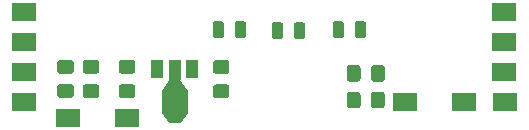
<source format=gbr>
G04 #@! TF.GenerationSoftware,KiCad,Pcbnew,(5.1.5)-3*
G04 #@! TF.CreationDate,2020-03-07T18:51:17-06:00*
G04 #@! TF.ProjectId,LinearRegulator15to5,4c696e65-6172-4526-9567-756c61746f72,rev?*
G04 #@! TF.SameCoordinates,Original*
G04 #@! TF.FileFunction,Paste,Top*
G04 #@! TF.FilePolarity,Positive*
%FSLAX46Y46*%
G04 Gerber Fmt 4.6, Leading zero omitted, Abs format (unit mm)*
G04 Created by KiCad (PCBNEW (5.1.5)-3) date 2020-03-07 18:51:17*
%MOMM*%
%LPD*%
G04 APERTURE LIST*
%ADD10R,2.000000X1.500000*%
%ADD11C,0.100000*%
%ADD12R,1.000000X1.500000*%
%ADD13R,1.000000X1.800000*%
%ADD14R,2.200000X1.840000*%
G04 APERTURE END LIST*
D10*
X178856000Y-124460000D03*
X178816000Y-121920000D03*
X178816000Y-119380000D03*
X178816000Y-116840000D03*
X138176000Y-124460000D03*
X138176000Y-116840000D03*
X138176000Y-119380000D03*
X138176000Y-121920000D03*
D11*
G36*
X166891642Y-117665174D02*
G01*
X166915303Y-117668684D01*
X166938507Y-117674496D01*
X166961029Y-117682554D01*
X166982653Y-117692782D01*
X167003170Y-117705079D01*
X167022383Y-117719329D01*
X167040107Y-117735393D01*
X167056171Y-117753117D01*
X167070421Y-117772330D01*
X167082718Y-117792847D01*
X167092946Y-117814471D01*
X167101004Y-117836993D01*
X167106816Y-117860197D01*
X167110326Y-117883858D01*
X167111500Y-117907750D01*
X167111500Y-118820250D01*
X167110326Y-118844142D01*
X167106816Y-118867803D01*
X167101004Y-118891007D01*
X167092946Y-118913529D01*
X167082718Y-118935153D01*
X167070421Y-118955670D01*
X167056171Y-118974883D01*
X167040107Y-118992607D01*
X167022383Y-119008671D01*
X167003170Y-119022921D01*
X166982653Y-119035218D01*
X166961029Y-119045446D01*
X166938507Y-119053504D01*
X166915303Y-119059316D01*
X166891642Y-119062826D01*
X166867750Y-119064000D01*
X166380250Y-119064000D01*
X166356358Y-119062826D01*
X166332697Y-119059316D01*
X166309493Y-119053504D01*
X166286971Y-119045446D01*
X166265347Y-119035218D01*
X166244830Y-119022921D01*
X166225617Y-119008671D01*
X166207893Y-118992607D01*
X166191829Y-118974883D01*
X166177579Y-118955670D01*
X166165282Y-118935153D01*
X166155054Y-118913529D01*
X166146996Y-118891007D01*
X166141184Y-118867803D01*
X166137674Y-118844142D01*
X166136500Y-118820250D01*
X166136500Y-117907750D01*
X166137674Y-117883858D01*
X166141184Y-117860197D01*
X166146996Y-117836993D01*
X166155054Y-117814471D01*
X166165282Y-117792847D01*
X166177579Y-117772330D01*
X166191829Y-117753117D01*
X166207893Y-117735393D01*
X166225617Y-117719329D01*
X166244830Y-117705079D01*
X166265347Y-117692782D01*
X166286971Y-117682554D01*
X166309493Y-117674496D01*
X166332697Y-117668684D01*
X166356358Y-117665174D01*
X166380250Y-117664000D01*
X166867750Y-117664000D01*
X166891642Y-117665174D01*
G37*
G36*
X165016642Y-117665174D02*
G01*
X165040303Y-117668684D01*
X165063507Y-117674496D01*
X165086029Y-117682554D01*
X165107653Y-117692782D01*
X165128170Y-117705079D01*
X165147383Y-117719329D01*
X165165107Y-117735393D01*
X165181171Y-117753117D01*
X165195421Y-117772330D01*
X165207718Y-117792847D01*
X165217946Y-117814471D01*
X165226004Y-117836993D01*
X165231816Y-117860197D01*
X165235326Y-117883858D01*
X165236500Y-117907750D01*
X165236500Y-118820250D01*
X165235326Y-118844142D01*
X165231816Y-118867803D01*
X165226004Y-118891007D01*
X165217946Y-118913529D01*
X165207718Y-118935153D01*
X165195421Y-118955670D01*
X165181171Y-118974883D01*
X165165107Y-118992607D01*
X165147383Y-119008671D01*
X165128170Y-119022921D01*
X165107653Y-119035218D01*
X165086029Y-119045446D01*
X165063507Y-119053504D01*
X165040303Y-119059316D01*
X165016642Y-119062826D01*
X164992750Y-119064000D01*
X164505250Y-119064000D01*
X164481358Y-119062826D01*
X164457697Y-119059316D01*
X164434493Y-119053504D01*
X164411971Y-119045446D01*
X164390347Y-119035218D01*
X164369830Y-119022921D01*
X164350617Y-119008671D01*
X164332893Y-118992607D01*
X164316829Y-118974883D01*
X164302579Y-118955670D01*
X164290282Y-118935153D01*
X164280054Y-118913529D01*
X164271996Y-118891007D01*
X164266184Y-118867803D01*
X164262674Y-118844142D01*
X164261500Y-118820250D01*
X164261500Y-117907750D01*
X164262674Y-117883858D01*
X164266184Y-117860197D01*
X164271996Y-117836993D01*
X164280054Y-117814471D01*
X164290282Y-117792847D01*
X164302579Y-117772330D01*
X164316829Y-117753117D01*
X164332893Y-117735393D01*
X164350617Y-117719329D01*
X164369830Y-117705079D01*
X164390347Y-117692782D01*
X164411971Y-117682554D01*
X164434493Y-117674496D01*
X164457697Y-117668684D01*
X164481358Y-117665174D01*
X164505250Y-117664000D01*
X164992750Y-117664000D01*
X165016642Y-117665174D01*
G37*
G36*
X161733142Y-117743674D02*
G01*
X161756803Y-117747184D01*
X161780007Y-117752996D01*
X161802529Y-117761054D01*
X161824153Y-117771282D01*
X161844670Y-117783579D01*
X161863883Y-117797829D01*
X161881607Y-117813893D01*
X161897671Y-117831617D01*
X161911921Y-117850830D01*
X161924218Y-117871347D01*
X161934446Y-117892971D01*
X161942504Y-117915493D01*
X161948316Y-117938697D01*
X161951826Y-117962358D01*
X161953000Y-117986250D01*
X161953000Y-118898750D01*
X161951826Y-118922642D01*
X161948316Y-118946303D01*
X161942504Y-118969507D01*
X161934446Y-118992029D01*
X161924218Y-119013653D01*
X161911921Y-119034170D01*
X161897671Y-119053383D01*
X161881607Y-119071107D01*
X161863883Y-119087171D01*
X161844670Y-119101421D01*
X161824153Y-119113718D01*
X161802529Y-119123946D01*
X161780007Y-119132004D01*
X161756803Y-119137816D01*
X161733142Y-119141326D01*
X161709250Y-119142500D01*
X161221750Y-119142500D01*
X161197858Y-119141326D01*
X161174197Y-119137816D01*
X161150993Y-119132004D01*
X161128471Y-119123946D01*
X161106847Y-119113718D01*
X161086330Y-119101421D01*
X161067117Y-119087171D01*
X161049393Y-119071107D01*
X161033329Y-119053383D01*
X161019079Y-119034170D01*
X161006782Y-119013653D01*
X160996554Y-118992029D01*
X160988496Y-118969507D01*
X160982684Y-118946303D01*
X160979174Y-118922642D01*
X160978000Y-118898750D01*
X160978000Y-117986250D01*
X160979174Y-117962358D01*
X160982684Y-117938697D01*
X160988496Y-117915493D01*
X160996554Y-117892971D01*
X161006782Y-117871347D01*
X161019079Y-117850830D01*
X161033329Y-117831617D01*
X161049393Y-117813893D01*
X161067117Y-117797829D01*
X161086330Y-117783579D01*
X161106847Y-117771282D01*
X161128471Y-117761054D01*
X161150993Y-117752996D01*
X161174197Y-117747184D01*
X161197858Y-117743674D01*
X161221750Y-117742500D01*
X161709250Y-117742500D01*
X161733142Y-117743674D01*
G37*
G36*
X159858142Y-117743674D02*
G01*
X159881803Y-117747184D01*
X159905007Y-117752996D01*
X159927529Y-117761054D01*
X159949153Y-117771282D01*
X159969670Y-117783579D01*
X159988883Y-117797829D01*
X160006607Y-117813893D01*
X160022671Y-117831617D01*
X160036921Y-117850830D01*
X160049218Y-117871347D01*
X160059446Y-117892971D01*
X160067504Y-117915493D01*
X160073316Y-117938697D01*
X160076826Y-117962358D01*
X160078000Y-117986250D01*
X160078000Y-118898750D01*
X160076826Y-118922642D01*
X160073316Y-118946303D01*
X160067504Y-118969507D01*
X160059446Y-118992029D01*
X160049218Y-119013653D01*
X160036921Y-119034170D01*
X160022671Y-119053383D01*
X160006607Y-119071107D01*
X159988883Y-119087171D01*
X159969670Y-119101421D01*
X159949153Y-119113718D01*
X159927529Y-119123946D01*
X159905007Y-119132004D01*
X159881803Y-119137816D01*
X159858142Y-119141326D01*
X159834250Y-119142500D01*
X159346750Y-119142500D01*
X159322858Y-119141326D01*
X159299197Y-119137816D01*
X159275993Y-119132004D01*
X159253471Y-119123946D01*
X159231847Y-119113718D01*
X159211330Y-119101421D01*
X159192117Y-119087171D01*
X159174393Y-119071107D01*
X159158329Y-119053383D01*
X159144079Y-119034170D01*
X159131782Y-119013653D01*
X159121554Y-118992029D01*
X159113496Y-118969507D01*
X159107684Y-118946303D01*
X159104174Y-118922642D01*
X159103000Y-118898750D01*
X159103000Y-117986250D01*
X159104174Y-117962358D01*
X159107684Y-117938697D01*
X159113496Y-117915493D01*
X159121554Y-117892971D01*
X159131782Y-117871347D01*
X159144079Y-117850830D01*
X159158329Y-117831617D01*
X159174393Y-117813893D01*
X159192117Y-117797829D01*
X159211330Y-117783579D01*
X159231847Y-117771282D01*
X159253471Y-117761054D01*
X159275993Y-117752996D01*
X159299197Y-117747184D01*
X159322858Y-117743674D01*
X159346750Y-117742500D01*
X159834250Y-117742500D01*
X159858142Y-117743674D01*
G37*
G36*
X156731642Y-117665174D02*
G01*
X156755303Y-117668684D01*
X156778507Y-117674496D01*
X156801029Y-117682554D01*
X156822653Y-117692782D01*
X156843170Y-117705079D01*
X156862383Y-117719329D01*
X156880107Y-117735393D01*
X156896171Y-117753117D01*
X156910421Y-117772330D01*
X156922718Y-117792847D01*
X156932946Y-117814471D01*
X156941004Y-117836993D01*
X156946816Y-117860197D01*
X156950326Y-117883858D01*
X156951500Y-117907750D01*
X156951500Y-118820250D01*
X156950326Y-118844142D01*
X156946816Y-118867803D01*
X156941004Y-118891007D01*
X156932946Y-118913529D01*
X156922718Y-118935153D01*
X156910421Y-118955670D01*
X156896171Y-118974883D01*
X156880107Y-118992607D01*
X156862383Y-119008671D01*
X156843170Y-119022921D01*
X156822653Y-119035218D01*
X156801029Y-119045446D01*
X156778507Y-119053504D01*
X156755303Y-119059316D01*
X156731642Y-119062826D01*
X156707750Y-119064000D01*
X156220250Y-119064000D01*
X156196358Y-119062826D01*
X156172697Y-119059316D01*
X156149493Y-119053504D01*
X156126971Y-119045446D01*
X156105347Y-119035218D01*
X156084830Y-119022921D01*
X156065617Y-119008671D01*
X156047893Y-118992607D01*
X156031829Y-118974883D01*
X156017579Y-118955670D01*
X156005282Y-118935153D01*
X155995054Y-118913529D01*
X155986996Y-118891007D01*
X155981184Y-118867803D01*
X155977674Y-118844142D01*
X155976500Y-118820250D01*
X155976500Y-117907750D01*
X155977674Y-117883858D01*
X155981184Y-117860197D01*
X155986996Y-117836993D01*
X155995054Y-117814471D01*
X156005282Y-117792847D01*
X156017579Y-117772330D01*
X156031829Y-117753117D01*
X156047893Y-117735393D01*
X156065617Y-117719329D01*
X156084830Y-117705079D01*
X156105347Y-117692782D01*
X156126971Y-117682554D01*
X156149493Y-117674496D01*
X156172697Y-117668684D01*
X156196358Y-117665174D01*
X156220250Y-117664000D01*
X156707750Y-117664000D01*
X156731642Y-117665174D01*
G37*
G36*
X154856642Y-117665174D02*
G01*
X154880303Y-117668684D01*
X154903507Y-117674496D01*
X154926029Y-117682554D01*
X154947653Y-117692782D01*
X154968170Y-117705079D01*
X154987383Y-117719329D01*
X155005107Y-117735393D01*
X155021171Y-117753117D01*
X155035421Y-117772330D01*
X155047718Y-117792847D01*
X155057946Y-117814471D01*
X155066004Y-117836993D01*
X155071816Y-117860197D01*
X155075326Y-117883858D01*
X155076500Y-117907750D01*
X155076500Y-118820250D01*
X155075326Y-118844142D01*
X155071816Y-118867803D01*
X155066004Y-118891007D01*
X155057946Y-118913529D01*
X155047718Y-118935153D01*
X155035421Y-118955670D01*
X155021171Y-118974883D01*
X155005107Y-118992607D01*
X154987383Y-119008671D01*
X154968170Y-119022921D01*
X154947653Y-119035218D01*
X154926029Y-119045446D01*
X154903507Y-119053504D01*
X154880303Y-119059316D01*
X154856642Y-119062826D01*
X154832750Y-119064000D01*
X154345250Y-119064000D01*
X154321358Y-119062826D01*
X154297697Y-119059316D01*
X154274493Y-119053504D01*
X154251971Y-119045446D01*
X154230347Y-119035218D01*
X154209830Y-119022921D01*
X154190617Y-119008671D01*
X154172893Y-118992607D01*
X154156829Y-118974883D01*
X154142579Y-118955670D01*
X154130282Y-118935153D01*
X154120054Y-118913529D01*
X154111996Y-118891007D01*
X154106184Y-118867803D01*
X154102674Y-118844142D01*
X154101500Y-118820250D01*
X154101500Y-117907750D01*
X154102674Y-117883858D01*
X154106184Y-117860197D01*
X154111996Y-117836993D01*
X154120054Y-117814471D01*
X154130282Y-117792847D01*
X154142579Y-117772330D01*
X154156829Y-117753117D01*
X154172893Y-117735393D01*
X154190617Y-117719329D01*
X154209830Y-117705079D01*
X154230347Y-117692782D01*
X154251971Y-117682554D01*
X154274493Y-117674496D01*
X154297697Y-117668684D01*
X154321358Y-117665174D01*
X154345250Y-117664000D01*
X154832750Y-117664000D01*
X154856642Y-117665174D01*
G37*
G36*
X147337305Y-120956204D02*
G01*
X147361573Y-120959804D01*
X147385372Y-120965765D01*
X147408471Y-120974030D01*
X147430650Y-120984520D01*
X147451693Y-120997132D01*
X147471399Y-121011747D01*
X147489577Y-121028223D01*
X147506053Y-121046401D01*
X147520668Y-121066107D01*
X147533280Y-121087150D01*
X147543770Y-121109329D01*
X147552035Y-121132428D01*
X147557996Y-121156227D01*
X147561596Y-121180495D01*
X147562800Y-121204999D01*
X147562800Y-121855001D01*
X147561596Y-121879505D01*
X147557996Y-121903773D01*
X147552035Y-121927572D01*
X147543770Y-121950671D01*
X147533280Y-121972850D01*
X147520668Y-121993893D01*
X147506053Y-122013599D01*
X147489577Y-122031777D01*
X147471399Y-122048253D01*
X147451693Y-122062868D01*
X147430650Y-122075480D01*
X147408471Y-122085970D01*
X147385372Y-122094235D01*
X147361573Y-122100196D01*
X147337305Y-122103796D01*
X147312801Y-122105000D01*
X146412799Y-122105000D01*
X146388295Y-122103796D01*
X146364027Y-122100196D01*
X146340228Y-122094235D01*
X146317129Y-122085970D01*
X146294950Y-122075480D01*
X146273907Y-122062868D01*
X146254201Y-122048253D01*
X146236023Y-122031777D01*
X146219547Y-122013599D01*
X146204932Y-121993893D01*
X146192320Y-121972850D01*
X146181830Y-121950671D01*
X146173565Y-121927572D01*
X146167604Y-121903773D01*
X146164004Y-121879505D01*
X146162800Y-121855001D01*
X146162800Y-121204999D01*
X146164004Y-121180495D01*
X146167604Y-121156227D01*
X146173565Y-121132428D01*
X146181830Y-121109329D01*
X146192320Y-121087150D01*
X146204932Y-121066107D01*
X146219547Y-121046401D01*
X146236023Y-121028223D01*
X146254201Y-121011747D01*
X146273907Y-120997132D01*
X146294950Y-120984520D01*
X146317129Y-120974030D01*
X146340228Y-120965765D01*
X146364027Y-120959804D01*
X146388295Y-120956204D01*
X146412799Y-120955000D01*
X147312801Y-120955000D01*
X147337305Y-120956204D01*
G37*
G36*
X147337305Y-123006204D02*
G01*
X147361573Y-123009804D01*
X147385372Y-123015765D01*
X147408471Y-123024030D01*
X147430650Y-123034520D01*
X147451693Y-123047132D01*
X147471399Y-123061747D01*
X147489577Y-123078223D01*
X147506053Y-123096401D01*
X147520668Y-123116107D01*
X147533280Y-123137150D01*
X147543770Y-123159329D01*
X147552035Y-123182428D01*
X147557996Y-123206227D01*
X147561596Y-123230495D01*
X147562800Y-123254999D01*
X147562800Y-123905001D01*
X147561596Y-123929505D01*
X147557996Y-123953773D01*
X147552035Y-123977572D01*
X147543770Y-124000671D01*
X147533280Y-124022850D01*
X147520668Y-124043893D01*
X147506053Y-124063599D01*
X147489577Y-124081777D01*
X147471399Y-124098253D01*
X147451693Y-124112868D01*
X147430650Y-124125480D01*
X147408471Y-124135970D01*
X147385372Y-124144235D01*
X147361573Y-124150196D01*
X147337305Y-124153796D01*
X147312801Y-124155000D01*
X146412799Y-124155000D01*
X146388295Y-124153796D01*
X146364027Y-124150196D01*
X146340228Y-124144235D01*
X146317129Y-124135970D01*
X146294950Y-124125480D01*
X146273907Y-124112868D01*
X146254201Y-124098253D01*
X146236023Y-124081777D01*
X146219547Y-124063599D01*
X146204932Y-124043893D01*
X146192320Y-124022850D01*
X146181830Y-124000671D01*
X146173565Y-123977572D01*
X146167604Y-123953773D01*
X146164004Y-123929505D01*
X146162800Y-123905001D01*
X146162800Y-123254999D01*
X146164004Y-123230495D01*
X146167604Y-123206227D01*
X146173565Y-123182428D01*
X146181830Y-123159329D01*
X146192320Y-123137150D01*
X146204932Y-123116107D01*
X146219547Y-123096401D01*
X146236023Y-123078223D01*
X146254201Y-123061747D01*
X146273907Y-123047132D01*
X146294950Y-123034520D01*
X146317129Y-123024030D01*
X146340228Y-123015765D01*
X146364027Y-123009804D01*
X146388295Y-123006204D01*
X146412799Y-123005000D01*
X147312801Y-123005000D01*
X147337305Y-123006204D01*
G37*
G36*
X155312905Y-123015204D02*
G01*
X155337173Y-123018804D01*
X155360972Y-123024765D01*
X155384071Y-123033030D01*
X155406250Y-123043520D01*
X155427293Y-123056132D01*
X155446999Y-123070747D01*
X155465177Y-123087223D01*
X155481653Y-123105401D01*
X155496268Y-123125107D01*
X155508880Y-123146150D01*
X155519370Y-123168329D01*
X155527635Y-123191428D01*
X155533596Y-123215227D01*
X155537196Y-123239495D01*
X155538400Y-123263999D01*
X155538400Y-123914001D01*
X155537196Y-123938505D01*
X155533596Y-123962773D01*
X155527635Y-123986572D01*
X155519370Y-124009671D01*
X155508880Y-124031850D01*
X155496268Y-124052893D01*
X155481653Y-124072599D01*
X155465177Y-124090777D01*
X155446999Y-124107253D01*
X155427293Y-124121868D01*
X155406250Y-124134480D01*
X155384071Y-124144970D01*
X155360972Y-124153235D01*
X155337173Y-124159196D01*
X155312905Y-124162796D01*
X155288401Y-124164000D01*
X154388399Y-124164000D01*
X154363895Y-124162796D01*
X154339627Y-124159196D01*
X154315828Y-124153235D01*
X154292729Y-124144970D01*
X154270550Y-124134480D01*
X154249507Y-124121868D01*
X154229801Y-124107253D01*
X154211623Y-124090777D01*
X154195147Y-124072599D01*
X154180532Y-124052893D01*
X154167920Y-124031850D01*
X154157430Y-124009671D01*
X154149165Y-123986572D01*
X154143204Y-123962773D01*
X154139604Y-123938505D01*
X154138400Y-123914001D01*
X154138400Y-123263999D01*
X154139604Y-123239495D01*
X154143204Y-123215227D01*
X154149165Y-123191428D01*
X154157430Y-123168329D01*
X154167920Y-123146150D01*
X154180532Y-123125107D01*
X154195147Y-123105401D01*
X154211623Y-123087223D01*
X154229801Y-123070747D01*
X154249507Y-123056132D01*
X154270550Y-123043520D01*
X154292729Y-123033030D01*
X154315828Y-123024765D01*
X154339627Y-123018804D01*
X154363895Y-123015204D01*
X154388399Y-123014000D01*
X155288401Y-123014000D01*
X155312905Y-123015204D01*
G37*
G36*
X155312905Y-120965204D02*
G01*
X155337173Y-120968804D01*
X155360972Y-120974765D01*
X155384071Y-120983030D01*
X155406250Y-120993520D01*
X155427293Y-121006132D01*
X155446999Y-121020747D01*
X155465177Y-121037223D01*
X155481653Y-121055401D01*
X155496268Y-121075107D01*
X155508880Y-121096150D01*
X155519370Y-121118329D01*
X155527635Y-121141428D01*
X155533596Y-121165227D01*
X155537196Y-121189495D01*
X155538400Y-121213999D01*
X155538400Y-121864001D01*
X155537196Y-121888505D01*
X155533596Y-121912773D01*
X155527635Y-121936572D01*
X155519370Y-121959671D01*
X155508880Y-121981850D01*
X155496268Y-122002893D01*
X155481653Y-122022599D01*
X155465177Y-122040777D01*
X155446999Y-122057253D01*
X155427293Y-122071868D01*
X155406250Y-122084480D01*
X155384071Y-122094970D01*
X155360972Y-122103235D01*
X155337173Y-122109196D01*
X155312905Y-122112796D01*
X155288401Y-122114000D01*
X154388399Y-122114000D01*
X154363895Y-122112796D01*
X154339627Y-122109196D01*
X154315828Y-122103235D01*
X154292729Y-122094970D01*
X154270550Y-122084480D01*
X154249507Y-122071868D01*
X154229801Y-122057253D01*
X154211623Y-122040777D01*
X154195147Y-122022599D01*
X154180532Y-122002893D01*
X154167920Y-121981850D01*
X154157430Y-121959671D01*
X154149165Y-121936572D01*
X154143204Y-121912773D01*
X154139604Y-121888505D01*
X154138400Y-121864001D01*
X154138400Y-121213999D01*
X154139604Y-121189495D01*
X154143204Y-121165227D01*
X154149165Y-121141428D01*
X154157430Y-121118329D01*
X154167920Y-121096150D01*
X154180532Y-121075107D01*
X154195147Y-121055401D01*
X154211623Y-121037223D01*
X154229801Y-121020747D01*
X154249507Y-121006132D01*
X154270550Y-120993520D01*
X154292729Y-120983030D01*
X154315828Y-120974765D01*
X154339627Y-120968804D01*
X154363895Y-120965204D01*
X154388399Y-120964000D01*
X155288401Y-120964000D01*
X155312905Y-120965204D01*
G37*
G36*
X144289305Y-123006204D02*
G01*
X144313573Y-123009804D01*
X144337372Y-123015765D01*
X144360471Y-123024030D01*
X144382650Y-123034520D01*
X144403693Y-123047132D01*
X144423399Y-123061747D01*
X144441577Y-123078223D01*
X144458053Y-123096401D01*
X144472668Y-123116107D01*
X144485280Y-123137150D01*
X144495770Y-123159329D01*
X144504035Y-123182428D01*
X144509996Y-123206227D01*
X144513596Y-123230495D01*
X144514800Y-123254999D01*
X144514800Y-123905001D01*
X144513596Y-123929505D01*
X144509996Y-123953773D01*
X144504035Y-123977572D01*
X144495770Y-124000671D01*
X144485280Y-124022850D01*
X144472668Y-124043893D01*
X144458053Y-124063599D01*
X144441577Y-124081777D01*
X144423399Y-124098253D01*
X144403693Y-124112868D01*
X144382650Y-124125480D01*
X144360471Y-124135970D01*
X144337372Y-124144235D01*
X144313573Y-124150196D01*
X144289305Y-124153796D01*
X144264801Y-124155000D01*
X143364799Y-124155000D01*
X143340295Y-124153796D01*
X143316027Y-124150196D01*
X143292228Y-124144235D01*
X143269129Y-124135970D01*
X143246950Y-124125480D01*
X143225907Y-124112868D01*
X143206201Y-124098253D01*
X143188023Y-124081777D01*
X143171547Y-124063599D01*
X143156932Y-124043893D01*
X143144320Y-124022850D01*
X143133830Y-124000671D01*
X143125565Y-123977572D01*
X143119604Y-123953773D01*
X143116004Y-123929505D01*
X143114800Y-123905001D01*
X143114800Y-123254999D01*
X143116004Y-123230495D01*
X143119604Y-123206227D01*
X143125565Y-123182428D01*
X143133830Y-123159329D01*
X143144320Y-123137150D01*
X143156932Y-123116107D01*
X143171547Y-123096401D01*
X143188023Y-123078223D01*
X143206201Y-123061747D01*
X143225907Y-123047132D01*
X143246950Y-123034520D01*
X143269129Y-123024030D01*
X143292228Y-123015765D01*
X143316027Y-123009804D01*
X143340295Y-123006204D01*
X143364799Y-123005000D01*
X144264801Y-123005000D01*
X144289305Y-123006204D01*
G37*
G36*
X144289305Y-120956204D02*
G01*
X144313573Y-120959804D01*
X144337372Y-120965765D01*
X144360471Y-120974030D01*
X144382650Y-120984520D01*
X144403693Y-120997132D01*
X144423399Y-121011747D01*
X144441577Y-121028223D01*
X144458053Y-121046401D01*
X144472668Y-121066107D01*
X144485280Y-121087150D01*
X144495770Y-121109329D01*
X144504035Y-121132428D01*
X144509996Y-121156227D01*
X144513596Y-121180495D01*
X144514800Y-121204999D01*
X144514800Y-121855001D01*
X144513596Y-121879505D01*
X144509996Y-121903773D01*
X144504035Y-121927572D01*
X144495770Y-121950671D01*
X144485280Y-121972850D01*
X144472668Y-121993893D01*
X144458053Y-122013599D01*
X144441577Y-122031777D01*
X144423399Y-122048253D01*
X144403693Y-122062868D01*
X144382650Y-122075480D01*
X144360471Y-122085970D01*
X144337372Y-122094235D01*
X144313573Y-122100196D01*
X144289305Y-122103796D01*
X144264801Y-122105000D01*
X143364799Y-122105000D01*
X143340295Y-122103796D01*
X143316027Y-122100196D01*
X143292228Y-122094235D01*
X143269129Y-122085970D01*
X143246950Y-122075480D01*
X143225907Y-122062868D01*
X143206201Y-122048253D01*
X143188023Y-122031777D01*
X143171547Y-122013599D01*
X143156932Y-121993893D01*
X143144320Y-121972850D01*
X143133830Y-121950671D01*
X143125565Y-121927572D01*
X143119604Y-121903773D01*
X143116004Y-121879505D01*
X143114800Y-121855001D01*
X143114800Y-121204999D01*
X143116004Y-121180495D01*
X143119604Y-121156227D01*
X143125565Y-121132428D01*
X143133830Y-121109329D01*
X143144320Y-121087150D01*
X143156932Y-121066107D01*
X143171547Y-121046401D01*
X143188023Y-121028223D01*
X143206201Y-121011747D01*
X143225907Y-120997132D01*
X143246950Y-120984520D01*
X143269129Y-120974030D01*
X143292228Y-120965765D01*
X143316027Y-120959804D01*
X143340295Y-120956204D01*
X143364799Y-120955000D01*
X144264801Y-120955000D01*
X144289305Y-120956204D01*
G37*
G36*
X166405705Y-123634204D02*
G01*
X166429973Y-123637804D01*
X166453772Y-123643765D01*
X166476871Y-123652030D01*
X166499050Y-123662520D01*
X166520093Y-123675132D01*
X166539799Y-123689747D01*
X166557977Y-123706223D01*
X166574453Y-123724401D01*
X166589068Y-123744107D01*
X166601680Y-123765150D01*
X166612170Y-123787329D01*
X166620435Y-123810428D01*
X166626396Y-123834227D01*
X166629996Y-123858495D01*
X166631200Y-123882999D01*
X166631200Y-124783001D01*
X166629996Y-124807505D01*
X166626396Y-124831773D01*
X166620435Y-124855572D01*
X166612170Y-124878671D01*
X166601680Y-124900850D01*
X166589068Y-124921893D01*
X166574453Y-124941599D01*
X166557977Y-124959777D01*
X166539799Y-124976253D01*
X166520093Y-124990868D01*
X166499050Y-125003480D01*
X166476871Y-125013970D01*
X166453772Y-125022235D01*
X166429973Y-125028196D01*
X166405705Y-125031796D01*
X166381201Y-125033000D01*
X165731199Y-125033000D01*
X165706695Y-125031796D01*
X165682427Y-125028196D01*
X165658628Y-125022235D01*
X165635529Y-125013970D01*
X165613350Y-125003480D01*
X165592307Y-124990868D01*
X165572601Y-124976253D01*
X165554423Y-124959777D01*
X165537947Y-124941599D01*
X165523332Y-124921893D01*
X165510720Y-124900850D01*
X165500230Y-124878671D01*
X165491965Y-124855572D01*
X165486004Y-124831773D01*
X165482404Y-124807505D01*
X165481200Y-124783001D01*
X165481200Y-123882999D01*
X165482404Y-123858495D01*
X165486004Y-123834227D01*
X165491965Y-123810428D01*
X165500230Y-123787329D01*
X165510720Y-123765150D01*
X165523332Y-123744107D01*
X165537947Y-123724401D01*
X165554423Y-123706223D01*
X165572601Y-123689747D01*
X165592307Y-123675132D01*
X165613350Y-123662520D01*
X165635529Y-123652030D01*
X165658628Y-123643765D01*
X165682427Y-123637804D01*
X165706695Y-123634204D01*
X165731199Y-123633000D01*
X166381201Y-123633000D01*
X166405705Y-123634204D01*
G37*
G36*
X168455705Y-123634204D02*
G01*
X168479973Y-123637804D01*
X168503772Y-123643765D01*
X168526871Y-123652030D01*
X168549050Y-123662520D01*
X168570093Y-123675132D01*
X168589799Y-123689747D01*
X168607977Y-123706223D01*
X168624453Y-123724401D01*
X168639068Y-123744107D01*
X168651680Y-123765150D01*
X168662170Y-123787329D01*
X168670435Y-123810428D01*
X168676396Y-123834227D01*
X168679996Y-123858495D01*
X168681200Y-123882999D01*
X168681200Y-124783001D01*
X168679996Y-124807505D01*
X168676396Y-124831773D01*
X168670435Y-124855572D01*
X168662170Y-124878671D01*
X168651680Y-124900850D01*
X168639068Y-124921893D01*
X168624453Y-124941599D01*
X168607977Y-124959777D01*
X168589799Y-124976253D01*
X168570093Y-124990868D01*
X168549050Y-125003480D01*
X168526871Y-125013970D01*
X168503772Y-125022235D01*
X168479973Y-125028196D01*
X168455705Y-125031796D01*
X168431201Y-125033000D01*
X167781199Y-125033000D01*
X167756695Y-125031796D01*
X167732427Y-125028196D01*
X167708628Y-125022235D01*
X167685529Y-125013970D01*
X167663350Y-125003480D01*
X167642307Y-124990868D01*
X167622601Y-124976253D01*
X167604423Y-124959777D01*
X167587947Y-124941599D01*
X167573332Y-124921893D01*
X167560720Y-124900850D01*
X167550230Y-124878671D01*
X167541965Y-124855572D01*
X167536004Y-124831773D01*
X167532404Y-124807505D01*
X167531200Y-124783001D01*
X167531200Y-123882999D01*
X167532404Y-123858495D01*
X167536004Y-123834227D01*
X167541965Y-123810428D01*
X167550230Y-123787329D01*
X167560720Y-123765150D01*
X167573332Y-123744107D01*
X167587947Y-123724401D01*
X167604423Y-123706223D01*
X167622601Y-123689747D01*
X167642307Y-123675132D01*
X167663350Y-123662520D01*
X167685529Y-123652030D01*
X167708628Y-123643765D01*
X167732427Y-123637804D01*
X167756695Y-123634204D01*
X167781199Y-123633000D01*
X168431201Y-123633000D01*
X168455705Y-123634204D01*
G37*
G36*
X142130305Y-120956204D02*
G01*
X142154573Y-120959804D01*
X142178372Y-120965765D01*
X142201471Y-120974030D01*
X142223650Y-120984520D01*
X142244693Y-120997132D01*
X142264399Y-121011747D01*
X142282577Y-121028223D01*
X142299053Y-121046401D01*
X142313668Y-121066107D01*
X142326280Y-121087150D01*
X142336770Y-121109329D01*
X142345035Y-121132428D01*
X142350996Y-121156227D01*
X142354596Y-121180495D01*
X142355800Y-121204999D01*
X142355800Y-121855001D01*
X142354596Y-121879505D01*
X142350996Y-121903773D01*
X142345035Y-121927572D01*
X142336770Y-121950671D01*
X142326280Y-121972850D01*
X142313668Y-121993893D01*
X142299053Y-122013599D01*
X142282577Y-122031777D01*
X142264399Y-122048253D01*
X142244693Y-122062868D01*
X142223650Y-122075480D01*
X142201471Y-122085970D01*
X142178372Y-122094235D01*
X142154573Y-122100196D01*
X142130305Y-122103796D01*
X142105801Y-122105000D01*
X141205799Y-122105000D01*
X141181295Y-122103796D01*
X141157027Y-122100196D01*
X141133228Y-122094235D01*
X141110129Y-122085970D01*
X141087950Y-122075480D01*
X141066907Y-122062868D01*
X141047201Y-122048253D01*
X141029023Y-122031777D01*
X141012547Y-122013599D01*
X140997932Y-121993893D01*
X140985320Y-121972850D01*
X140974830Y-121950671D01*
X140966565Y-121927572D01*
X140960604Y-121903773D01*
X140957004Y-121879505D01*
X140955800Y-121855001D01*
X140955800Y-121204999D01*
X140957004Y-121180495D01*
X140960604Y-121156227D01*
X140966565Y-121132428D01*
X140974830Y-121109329D01*
X140985320Y-121087150D01*
X140997932Y-121066107D01*
X141012547Y-121046401D01*
X141029023Y-121028223D01*
X141047201Y-121011747D01*
X141066907Y-120997132D01*
X141087950Y-120984520D01*
X141110129Y-120974030D01*
X141133228Y-120965765D01*
X141157027Y-120959804D01*
X141181295Y-120956204D01*
X141205799Y-120955000D01*
X142105801Y-120955000D01*
X142130305Y-120956204D01*
G37*
G36*
X142130305Y-123006204D02*
G01*
X142154573Y-123009804D01*
X142178372Y-123015765D01*
X142201471Y-123024030D01*
X142223650Y-123034520D01*
X142244693Y-123047132D01*
X142264399Y-123061747D01*
X142282577Y-123078223D01*
X142299053Y-123096401D01*
X142313668Y-123116107D01*
X142326280Y-123137150D01*
X142336770Y-123159329D01*
X142345035Y-123182428D01*
X142350996Y-123206227D01*
X142354596Y-123230495D01*
X142355800Y-123254999D01*
X142355800Y-123905001D01*
X142354596Y-123929505D01*
X142350996Y-123953773D01*
X142345035Y-123977572D01*
X142336770Y-124000671D01*
X142326280Y-124022850D01*
X142313668Y-124043893D01*
X142299053Y-124063599D01*
X142282577Y-124081777D01*
X142264399Y-124098253D01*
X142244693Y-124112868D01*
X142223650Y-124125480D01*
X142201471Y-124135970D01*
X142178372Y-124144235D01*
X142154573Y-124150196D01*
X142130305Y-124153796D01*
X142105801Y-124155000D01*
X141205799Y-124155000D01*
X141181295Y-124153796D01*
X141157027Y-124150196D01*
X141133228Y-124144235D01*
X141110129Y-124135970D01*
X141087950Y-124125480D01*
X141066907Y-124112868D01*
X141047201Y-124098253D01*
X141029023Y-124081777D01*
X141012547Y-124063599D01*
X140997932Y-124043893D01*
X140985320Y-124022850D01*
X140974830Y-124000671D01*
X140966565Y-123977572D01*
X140960604Y-123953773D01*
X140957004Y-123929505D01*
X140955800Y-123905001D01*
X140955800Y-123254999D01*
X140957004Y-123230495D01*
X140960604Y-123206227D01*
X140966565Y-123182428D01*
X140974830Y-123159329D01*
X140985320Y-123137150D01*
X140997932Y-123116107D01*
X141012547Y-123096401D01*
X141029023Y-123078223D01*
X141047201Y-123061747D01*
X141066907Y-123047132D01*
X141087950Y-123034520D01*
X141110129Y-123024030D01*
X141133228Y-123015765D01*
X141157027Y-123009804D01*
X141181295Y-123006204D01*
X141205799Y-123005000D01*
X142105801Y-123005000D01*
X142130305Y-123006204D01*
G37*
G36*
X168455705Y-121373604D02*
G01*
X168479973Y-121377204D01*
X168503772Y-121383165D01*
X168526871Y-121391430D01*
X168549050Y-121401920D01*
X168570093Y-121414532D01*
X168589799Y-121429147D01*
X168607977Y-121445623D01*
X168624453Y-121463801D01*
X168639068Y-121483507D01*
X168651680Y-121504550D01*
X168662170Y-121526729D01*
X168670435Y-121549828D01*
X168676396Y-121573627D01*
X168679996Y-121597895D01*
X168681200Y-121622399D01*
X168681200Y-122522401D01*
X168679996Y-122546905D01*
X168676396Y-122571173D01*
X168670435Y-122594972D01*
X168662170Y-122618071D01*
X168651680Y-122640250D01*
X168639068Y-122661293D01*
X168624453Y-122680999D01*
X168607977Y-122699177D01*
X168589799Y-122715653D01*
X168570093Y-122730268D01*
X168549050Y-122742880D01*
X168526871Y-122753370D01*
X168503772Y-122761635D01*
X168479973Y-122767596D01*
X168455705Y-122771196D01*
X168431201Y-122772400D01*
X167781199Y-122772400D01*
X167756695Y-122771196D01*
X167732427Y-122767596D01*
X167708628Y-122761635D01*
X167685529Y-122753370D01*
X167663350Y-122742880D01*
X167642307Y-122730268D01*
X167622601Y-122715653D01*
X167604423Y-122699177D01*
X167587947Y-122680999D01*
X167573332Y-122661293D01*
X167560720Y-122640250D01*
X167550230Y-122618071D01*
X167541965Y-122594972D01*
X167536004Y-122571173D01*
X167532404Y-122546905D01*
X167531200Y-122522401D01*
X167531200Y-121622399D01*
X167532404Y-121597895D01*
X167536004Y-121573627D01*
X167541965Y-121549828D01*
X167550230Y-121526729D01*
X167560720Y-121504550D01*
X167573332Y-121483507D01*
X167587947Y-121463801D01*
X167604423Y-121445623D01*
X167622601Y-121429147D01*
X167642307Y-121414532D01*
X167663350Y-121401920D01*
X167685529Y-121391430D01*
X167708628Y-121383165D01*
X167732427Y-121377204D01*
X167756695Y-121373604D01*
X167781199Y-121372400D01*
X168431201Y-121372400D01*
X168455705Y-121373604D01*
G37*
G36*
X166405705Y-121373604D02*
G01*
X166429973Y-121377204D01*
X166453772Y-121383165D01*
X166476871Y-121391430D01*
X166499050Y-121401920D01*
X166520093Y-121414532D01*
X166539799Y-121429147D01*
X166557977Y-121445623D01*
X166574453Y-121463801D01*
X166589068Y-121483507D01*
X166601680Y-121504550D01*
X166612170Y-121526729D01*
X166620435Y-121549828D01*
X166626396Y-121573627D01*
X166629996Y-121597895D01*
X166631200Y-121622399D01*
X166631200Y-122522401D01*
X166629996Y-122546905D01*
X166626396Y-122571173D01*
X166620435Y-122594972D01*
X166612170Y-122618071D01*
X166601680Y-122640250D01*
X166589068Y-122661293D01*
X166574453Y-122680999D01*
X166557977Y-122699177D01*
X166539799Y-122715653D01*
X166520093Y-122730268D01*
X166499050Y-122742880D01*
X166476871Y-122753370D01*
X166453772Y-122761635D01*
X166429973Y-122767596D01*
X166405705Y-122771196D01*
X166381201Y-122772400D01*
X165731199Y-122772400D01*
X165706695Y-122771196D01*
X165682427Y-122767596D01*
X165658628Y-122761635D01*
X165635529Y-122753370D01*
X165613350Y-122742880D01*
X165592307Y-122730268D01*
X165572601Y-122715653D01*
X165554423Y-122699177D01*
X165537947Y-122680999D01*
X165523332Y-122661293D01*
X165510720Y-122640250D01*
X165500230Y-122618071D01*
X165491965Y-122594972D01*
X165486004Y-122571173D01*
X165482404Y-122546905D01*
X165481200Y-122522401D01*
X165481200Y-121622399D01*
X165482404Y-121597895D01*
X165486004Y-121573627D01*
X165491965Y-121549828D01*
X165500230Y-121526729D01*
X165510720Y-121504550D01*
X165523332Y-121483507D01*
X165537947Y-121463801D01*
X165554423Y-121445623D01*
X165572601Y-121429147D01*
X165592307Y-121414532D01*
X165613350Y-121401920D01*
X165635529Y-121391430D01*
X165658628Y-121383165D01*
X165682427Y-121377204D01*
X165706695Y-121373604D01*
X165731199Y-121372400D01*
X166381201Y-121372400D01*
X166405705Y-121373604D01*
G37*
G36*
X152001400Y-125406600D02*
G01*
X151401400Y-126256600D01*
X150401400Y-126256600D01*
X149801400Y-125406600D01*
X152001400Y-125406600D01*
G37*
D12*
X152401400Y-121684600D03*
D13*
X150901400Y-121831100D03*
D12*
X149401400Y-121684600D03*
D14*
X150901400Y-124498100D03*
D11*
G36*
X149801400Y-123588400D02*
G01*
X150501400Y-122588400D01*
X151301400Y-122588400D01*
X152001400Y-123588400D01*
X149801400Y-123588400D01*
G37*
D10*
X146859000Y-125857000D03*
X141859000Y-125857000D03*
X170397800Y-124485400D03*
X175397800Y-124485400D03*
M02*

</source>
